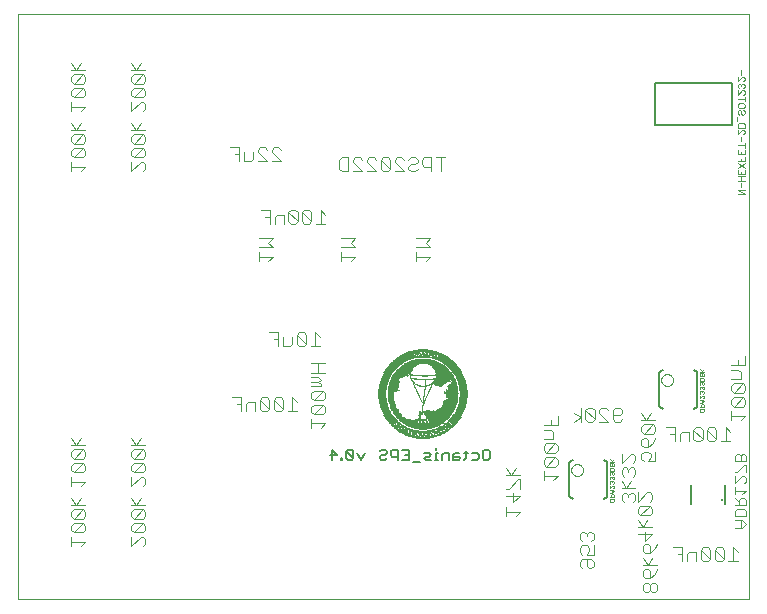
<source format=gbo>
G75*
%MOIN*%
%OFA0B0*%
%FSLAX24Y24*%
%IPPOS*%
%LPD*%
%AMOC8*
5,1,8,0,0,1.08239X$1,22.5*
%
%ADD10C,0.0000*%
%ADD11R,0.0340X0.0010*%
%ADD12R,0.0480X0.0010*%
%ADD13R,0.0590X0.0010*%
%ADD14R,0.0680X0.0010*%
%ADD15R,0.0760X0.0010*%
%ADD16R,0.0010X0.0010*%
%ADD17R,0.0090X0.0010*%
%ADD18R,0.0320X0.0010*%
%ADD19R,0.0300X0.0010*%
%ADD20R,0.0040X0.0010*%
%ADD21R,0.0070X0.0010*%
%ADD22R,0.0050X0.0010*%
%ADD23R,0.0270X0.0010*%
%ADD24R,0.0230X0.0010*%
%ADD25R,0.0020X0.0010*%
%ADD26R,0.0060X0.0010*%
%ADD27R,0.0240X0.0010*%
%ADD28R,0.0220X0.0010*%
%ADD29R,0.0260X0.0010*%
%ADD30R,0.0030X0.0010*%
%ADD31R,0.0190X0.0010*%
%ADD32R,0.0180X0.0010*%
%ADD33R,0.0080X0.0010*%
%ADD34R,0.0200X0.0010*%
%ADD35R,0.0150X0.0010*%
%ADD36R,0.0160X0.0010*%
%ADD37R,0.0140X0.0010*%
%ADD38R,0.0110X0.0010*%
%ADD39R,0.0170X0.0010*%
%ADD40R,0.0130X0.0010*%
%ADD41R,0.0120X0.0010*%
%ADD42R,0.0370X0.0010*%
%ADD43R,0.0550X0.0010*%
%ADD44R,0.0100X0.0010*%
%ADD45R,0.0800X0.0010*%
%ADD46R,0.0210X0.0010*%
%ADD47R,0.0290X0.0010*%
%ADD48R,0.0420X0.0010*%
%ADD49R,0.0520X0.0010*%
%ADD50R,0.0600X0.0010*%
%ADD51R,0.0670X0.0010*%
%ADD52R,0.0740X0.0010*%
%ADD53R,0.0850X0.0010*%
%ADD54R,0.0900X0.0010*%
%ADD55R,0.0950X0.0010*%
%ADD56R,0.0990X0.0010*%
%ADD57R,0.1030X0.0010*%
%ADD58R,0.1070X0.0010*%
%ADD59R,0.1110X0.0010*%
%ADD60R,0.1150X0.0010*%
%ADD61R,0.1180X0.0010*%
%ADD62R,0.1220X0.0010*%
%ADD63R,0.1250X0.0010*%
%ADD64R,0.0410X0.0010*%
%ADD65R,0.0860X0.0010*%
%ADD66R,0.0450X0.0010*%
%ADD67R,0.0440X0.0010*%
%ADD68R,0.0460X0.0010*%
%ADD69R,0.0490X0.0010*%
%ADD70R,0.0510X0.0010*%
%ADD71R,0.0500X0.0010*%
%ADD72R,0.0350X0.0010*%
%ADD73R,0.0540X0.0010*%
%ADD74R,0.0560X0.0010*%
%ADD75R,0.0580X0.0010*%
%ADD76R,0.0280X0.0010*%
%ADD77R,0.0610X0.0010*%
%ADD78R,0.0330X0.0010*%
%ADD79R,0.0630X0.0010*%
%ADD80R,0.0640X0.0010*%
%ADD81R,0.0660X0.0010*%
%ADD82R,0.0690X0.0010*%
%ADD83R,0.0710X0.0010*%
%ADD84R,0.0310X0.0010*%
%ADD85R,0.0720X0.0010*%
%ADD86R,0.0250X0.0010*%
%ADD87R,0.0770X0.0010*%
%ADD88R,0.0790X0.0010*%
%ADD89R,0.0810X0.0010*%
%ADD90R,0.0820X0.0010*%
%ADD91R,0.0830X0.0010*%
%ADD92R,0.0840X0.0010*%
%ADD93R,0.0880X0.0010*%
%ADD94R,0.0920X0.0010*%
%ADD95R,0.0930X0.0010*%
%ADD96R,0.0940X0.0010*%
%ADD97R,0.0960X0.0010*%
%ADD98R,0.1130X0.0010*%
%ADD99R,0.1140X0.0010*%
%ADD100R,0.1050X0.0010*%
%ADD101R,0.1010X0.0010*%
%ADD102R,0.1020X0.0010*%
%ADD103R,0.0650X0.0010*%
%ADD104R,0.0620X0.0010*%
%ADD105R,0.0470X0.0010*%
%ADD106R,0.0390X0.0010*%
%ADD107R,0.0360X0.0010*%
%ADD108R,0.0400X0.0010*%
%ADD109R,0.0430X0.0010*%
%ADD110R,0.0530X0.0010*%
%ADD111R,0.0700X0.0010*%
%ADD112R,0.0570X0.0010*%
%ADD113R,0.0380X0.0010*%
%ADD114C,0.0050*%
%ADD115C,0.0040*%
%ADD116C,0.0060*%
%ADD117C,0.0020*%
%ADD118C,0.0079*%
%ADD119C,0.0080*%
D10*
X000630Y000630D02*
X000630Y020126D01*
X025000Y020126D01*
X025000Y000630D01*
X000630Y000630D01*
D11*
X013105Y006560D03*
X013115Y006550D03*
X013125Y006540D03*
X013135Y006530D03*
X014125Y005980D03*
X014365Y006030D03*
X015125Y006550D03*
X015135Y006560D03*
X015145Y006570D03*
X015155Y006580D03*
X013125Y007570D03*
X013135Y007610D03*
X013135Y007620D03*
X013135Y007660D03*
X013105Y008350D03*
X013115Y008360D03*
X013125Y008370D03*
X013135Y008380D03*
X015115Y008370D03*
X015125Y008360D03*
X015135Y008350D03*
X015145Y008340D03*
X015155Y008330D03*
D12*
X014775Y008220D03*
X014765Y008230D03*
X014825Y008600D03*
X014125Y008920D03*
X013725Y008440D03*
X013705Y008430D03*
X013575Y008330D03*
X013565Y008320D03*
X013555Y008310D03*
X014655Y007820D03*
X014695Y007850D03*
X015015Y007150D03*
X015015Y007140D03*
X015005Y007120D03*
X015005Y007110D03*
X015005Y007100D03*
X014965Y007010D03*
X014965Y007000D03*
X014125Y005990D03*
D13*
X014120Y006000D03*
X014130Y006210D03*
X014600Y006570D03*
X014840Y008040D03*
X014120Y008910D03*
D14*
X014125Y008900D03*
X014125Y006010D03*
D15*
X014125Y006020D03*
X014615Y006670D03*
X014125Y008890D03*
D16*
X014180Y008820D03*
X014050Y008810D03*
X014050Y008800D03*
X014000Y008800D03*
X014000Y008790D03*
X014000Y008780D03*
X015070Y007860D03*
X014920Y007620D03*
X014850Y007550D03*
X014850Y007540D03*
X014840Y007250D03*
X014840Y007230D03*
X014480Y006900D03*
X014290Y006910D03*
X014240Y006630D03*
X014030Y006630D03*
X013890Y006610D03*
X013730Y006600D03*
X013680Y006620D03*
X013630Y006610D03*
X013500Y006330D03*
X013490Y006320D03*
X013450Y006330D03*
X013620Y006220D03*
X013230Y006360D03*
X013220Y006440D03*
X013230Y006470D03*
X013170Y006440D03*
X013300Y006950D03*
X014170Y007360D03*
X014940Y006440D03*
X014950Y006430D03*
X014910Y006410D03*
X014820Y006350D03*
X014810Y006310D03*
X014850Y006300D03*
X014670Y006240D03*
X014670Y006210D03*
X014630Y006150D03*
X014630Y006140D03*
X014510Y006140D03*
X014450Y006190D03*
X014380Y006180D03*
X014380Y006170D03*
X014380Y006160D03*
X014390Y006150D03*
X014390Y006140D03*
X014350Y006110D03*
X014270Y006170D03*
X014270Y006180D03*
X014160Y006030D03*
X013920Y006130D03*
X013920Y006140D03*
X015000Y006480D03*
D17*
X015140Y006420D03*
X015050Y006330D03*
X015030Y006320D03*
X015020Y006310D03*
X015010Y006300D03*
X014820Y006410D03*
X014770Y006380D03*
X014770Y006230D03*
X014430Y006120D03*
X014430Y006110D03*
X014430Y006100D03*
X014440Y006090D03*
X014440Y006080D03*
X014320Y006080D03*
X014310Y006140D03*
X014090Y006030D03*
X014010Y006110D03*
X014010Y006120D03*
X013700Y006200D03*
X013520Y006210D03*
X013470Y006300D03*
X013510Y006360D03*
X013490Y006370D03*
X013470Y006380D03*
X013460Y006390D03*
X013440Y006400D03*
X013320Y006480D03*
X013180Y006350D03*
X013150Y006370D03*
X013080Y006450D03*
X013240Y006300D03*
X013250Y006290D03*
X014030Y006740D03*
X013860Y008740D03*
X013740Y008750D03*
X014120Y008870D03*
X014360Y008820D03*
D18*
X014785Y008690D03*
X015185Y008290D03*
X015195Y008280D03*
X015205Y008270D03*
X015105Y007710D03*
X015125Y007610D03*
X014655Y007780D03*
X013175Y007840D03*
X013175Y007850D03*
X013165Y007820D03*
X013155Y007790D03*
X013155Y007780D03*
X013145Y007750D03*
X013135Y007710D03*
X013135Y007700D03*
X013135Y007690D03*
X013115Y007560D03*
X013035Y008260D03*
X013045Y008280D03*
X013055Y008290D03*
X013065Y008300D03*
X013075Y008310D03*
X013035Y006650D03*
X013045Y006630D03*
X013055Y006620D03*
X013065Y006610D03*
X013075Y006600D03*
X013815Y006230D03*
X013865Y006030D03*
X015185Y006620D03*
X015195Y006630D03*
X015205Y006640D03*
D19*
X015235Y006680D03*
X015245Y006700D03*
X015255Y006710D03*
X015265Y006720D03*
X015265Y006730D03*
X015275Y006740D03*
X015285Y006760D03*
X015125Y007680D03*
X015285Y008150D03*
X015275Y008170D03*
X015265Y008180D03*
X015265Y008190D03*
X015255Y008200D03*
X015245Y008210D03*
X013835Y008680D03*
X013735Y008840D03*
X013005Y008220D03*
X012995Y008210D03*
X012985Y008190D03*
X012975Y008180D03*
X012965Y008160D03*
X013235Y008000D03*
X013185Y007900D03*
X013185Y007890D03*
X013105Y007550D03*
X012965Y006750D03*
X012975Y006730D03*
X012985Y006720D03*
X012995Y006700D03*
X013005Y006690D03*
X013795Y006050D03*
X014425Y006040D03*
D20*
X014445Y006160D03*
X014515Y006170D03*
X014615Y006190D03*
X014615Y006240D03*
X014815Y006320D03*
X014815Y006330D03*
X014875Y006360D03*
X014905Y006310D03*
X014945Y006350D03*
X014995Y006450D03*
X014855Y006270D03*
X014855Y006260D03*
X014215Y006140D03*
X014215Y006130D03*
X014155Y006110D03*
X014145Y006130D03*
X014145Y006140D03*
X014145Y006150D03*
X014165Y006090D03*
X014165Y006080D03*
X014225Y006060D03*
X014225Y006050D03*
X014225Y006040D03*
X013875Y006170D03*
X013865Y006150D03*
X013865Y006140D03*
X013855Y006120D03*
X013785Y006110D03*
X013585Y006250D03*
X013455Y006320D03*
X013385Y006360D03*
X013335Y006390D03*
X013335Y006400D03*
X013305Y006350D03*
X013255Y006380D03*
X013265Y006420D03*
X013275Y006430D03*
X013965Y006600D03*
X013975Y006610D03*
X013995Y006640D03*
X014005Y006650D03*
X014015Y006670D03*
X014035Y006700D03*
X014035Y006710D03*
X014155Y007170D03*
X014365Y007770D03*
X014385Y007780D03*
X014395Y007790D03*
X013915Y007770D03*
X013895Y007780D03*
X013885Y007790D03*
X013805Y007850D03*
X013795Y007860D03*
X013795Y007870D03*
X013785Y007880D03*
X013145Y007220D03*
X014705Y007710D03*
X014995Y007740D03*
X014475Y008710D03*
X014505Y008790D03*
X014255Y008770D03*
X014255Y008760D03*
X014255Y008750D03*
X014225Y008850D03*
X014105Y008790D03*
X014105Y008780D03*
X014035Y008740D03*
X013945Y008790D03*
X013945Y008800D03*
X013945Y008810D03*
X013945Y008820D03*
X013945Y008830D03*
X013935Y008850D03*
X013875Y008820D03*
X013865Y008830D03*
D21*
X013870Y008750D03*
X014120Y008850D03*
X014170Y008740D03*
X014250Y008800D03*
X014250Y008810D03*
X014250Y008820D03*
X014510Y008800D03*
X014570Y008750D03*
X014570Y008740D03*
X014560Y008710D03*
X014560Y008700D03*
X013740Y008100D03*
X013830Y007820D03*
X014010Y007730D03*
X014270Y007730D03*
X014140Y007160D03*
X014030Y006860D03*
X014030Y006550D03*
X014240Y006550D03*
X014250Y006540D03*
X014150Y006170D03*
X014090Y006040D03*
X013910Y006060D03*
X013690Y006110D03*
X013690Y006120D03*
X013690Y006130D03*
X013690Y006140D03*
X013690Y006150D03*
X013690Y006160D03*
X013690Y006170D03*
X013590Y006150D03*
X013350Y006290D03*
X013310Y006500D03*
X013300Y006510D03*
X013080Y006440D03*
X013670Y006600D03*
X014520Y006190D03*
X014600Y006160D03*
X014700Y006180D03*
X014910Y006320D03*
X014880Y006380D03*
X014940Y006500D03*
X014950Y006510D03*
X014960Y006520D03*
D22*
X015000Y006460D03*
X014610Y006250D03*
X014610Y006180D03*
X014580Y006140D03*
X014520Y006180D03*
X014550Y006210D03*
X014440Y006170D03*
X014320Y006160D03*
X014300Y006070D03*
X014160Y006100D03*
X014000Y006050D03*
X014000Y006040D03*
X013910Y006080D03*
X013870Y006160D03*
X013880Y006180D03*
X013800Y006180D03*
X013780Y006120D03*
X013600Y006270D03*
X013590Y006260D03*
X013570Y006240D03*
X013420Y006250D03*
X013410Y006240D03*
X013290Y006340D03*
X013260Y006390D03*
X013280Y006440D03*
X013900Y006600D03*
X014020Y006500D03*
X014140Y006500D03*
X014250Y006500D03*
X014020Y006870D03*
X014140Y007130D03*
X014140Y007140D03*
X014160Y007180D03*
X014160Y007190D03*
X014170Y007200D03*
X014140Y007700D03*
X013950Y007750D03*
X013930Y007760D03*
X013820Y007830D03*
X013810Y007840D03*
X013750Y007980D03*
X014330Y007750D03*
X014350Y007760D03*
X014990Y007730D03*
X014560Y008690D03*
X014570Y008760D03*
X014470Y008700D03*
X014330Y008720D03*
X014330Y008730D03*
X014220Y008860D03*
X014110Y008810D03*
X014110Y008800D03*
X014040Y008730D03*
X014010Y008860D03*
X013880Y008770D03*
X013830Y008720D03*
X013810Y008800D03*
D23*
X013750Y008850D03*
X013630Y008800D03*
X013500Y008730D03*
X014140Y008720D03*
X014470Y008860D03*
X013990Y008070D03*
X013200Y007960D03*
X012890Y008020D03*
X012880Y008000D03*
X012870Y007980D03*
X012870Y007970D03*
X012860Y007960D03*
X012860Y007950D03*
X012860Y007940D03*
X012850Y007930D03*
X012850Y007920D03*
X012840Y007900D03*
X012840Y007890D03*
X012830Y007870D03*
X012830Y007040D03*
X012840Y007010D03*
X012850Y006990D03*
X012850Y006980D03*
X012860Y006960D03*
X012860Y006950D03*
X012870Y006940D03*
X012870Y006930D03*
X012880Y006910D03*
X012890Y006890D03*
X013110Y006510D03*
X013410Y006640D03*
X013420Y006630D03*
X014080Y006180D03*
X013810Y006040D03*
X015350Y006880D03*
X015360Y006900D03*
X015370Y006920D03*
X015370Y006930D03*
X015380Y006940D03*
X015380Y006950D03*
X015390Y006970D03*
X015390Y006980D03*
X015400Y007000D03*
X015410Y007030D03*
X015420Y007060D03*
X015420Y007850D03*
X015410Y007880D03*
X015400Y007910D03*
X015390Y007930D03*
X015390Y007940D03*
X015380Y007960D03*
X015380Y007970D03*
X015370Y007980D03*
X015370Y007990D03*
X015360Y008010D03*
X015350Y008030D03*
D24*
X015140Y007770D03*
X015150Y007730D03*
X014750Y008740D03*
X014570Y008830D03*
X013650Y008820D03*
X013510Y008750D03*
X013070Y007340D03*
X013070Y007330D03*
X013070Y007320D03*
X013130Y007080D03*
X013130Y007070D03*
X013130Y007060D03*
X013200Y006910D03*
X013200Y006900D03*
X013230Y006860D03*
X013310Y006730D03*
X013320Y006720D03*
X014490Y006050D03*
X015140Y006500D03*
D25*
X015045Y006430D03*
X014995Y006440D03*
X014965Y006410D03*
X014955Y006420D03*
X014935Y006450D03*
X014945Y006360D03*
X014815Y006340D03*
X014675Y006230D03*
X014635Y006130D03*
X014515Y006130D03*
X014515Y006120D03*
X014435Y006150D03*
X014395Y006130D03*
X014385Y006190D03*
X014495Y006210D03*
X014495Y006220D03*
X014275Y006160D03*
X014285Y006120D03*
X014285Y006110D03*
X014285Y006060D03*
X014285Y006050D03*
X014235Y006090D03*
X014165Y006070D03*
X014165Y006060D03*
X014165Y006050D03*
X014095Y006100D03*
X014095Y006110D03*
X014095Y006120D03*
X013915Y006120D03*
X013845Y006090D03*
X013835Y006080D03*
X013835Y006070D03*
X013795Y006190D03*
X013615Y006200D03*
X013615Y006210D03*
X013535Y006180D03*
X013525Y006170D03*
X013385Y006370D03*
X013335Y006380D03*
X013325Y006410D03*
X013215Y006450D03*
X013685Y006610D03*
X014015Y006890D03*
X014135Y006890D03*
X014135Y006900D03*
X014135Y006910D03*
X014135Y006920D03*
X014135Y006930D03*
X014135Y006940D03*
X014135Y006950D03*
X014135Y006960D03*
X014135Y006970D03*
X014135Y006980D03*
X014135Y006990D03*
X014135Y007000D03*
X014135Y007010D03*
X014135Y007020D03*
X014135Y007030D03*
X014135Y007040D03*
X014135Y007050D03*
X014135Y007060D03*
X014145Y007070D03*
X014145Y007080D03*
X014145Y007090D03*
X014145Y007100D03*
X014115Y007170D03*
X014105Y007180D03*
X014105Y007190D03*
X014095Y007200D03*
X014095Y007210D03*
X014085Y007230D03*
X014075Y007250D03*
X014065Y007270D03*
X014055Y007290D03*
X014055Y007300D03*
X014045Y007310D03*
X014045Y007320D03*
X014035Y007330D03*
X014035Y007340D03*
X014025Y007350D03*
X014025Y007360D03*
X014015Y007380D03*
X014005Y007400D03*
X013995Y007420D03*
X013985Y007440D03*
X013985Y007450D03*
X013975Y007460D03*
X013975Y007470D03*
X013965Y007480D03*
X013965Y007490D03*
X013955Y007500D03*
X013955Y007510D03*
X013945Y007530D03*
X013935Y007550D03*
X013925Y007570D03*
X013915Y007590D03*
X013915Y007600D03*
X013905Y007610D03*
X013905Y007620D03*
X013895Y007630D03*
X013895Y007640D03*
X013885Y007650D03*
X013885Y007660D03*
X013875Y007680D03*
X013865Y007700D03*
X013855Y007720D03*
X013845Y007740D03*
X013845Y007750D03*
X013835Y007760D03*
X013835Y007770D03*
X013825Y007780D03*
X013825Y007790D03*
X013815Y007800D03*
X013815Y007810D03*
X013775Y007900D03*
X013765Y007920D03*
X013755Y007940D03*
X013745Y007950D03*
X013735Y007990D03*
X013735Y008000D03*
X013725Y008010D03*
X013725Y008020D03*
X013725Y008030D03*
X013725Y008040D03*
X013725Y008050D03*
X013715Y008060D03*
X013715Y008070D03*
X013715Y008080D03*
X013715Y008110D03*
X013715Y008120D03*
X013715Y008130D03*
X013715Y008140D03*
X013675Y008120D03*
X013615Y008050D03*
X013415Y008000D03*
X014225Y007870D03*
X014225Y007860D03*
X014225Y007850D03*
X014225Y007840D03*
X014225Y007830D03*
X014225Y007820D03*
X014225Y007810D03*
X014225Y007800D03*
X014215Y007790D03*
X014215Y007780D03*
X014215Y007770D03*
X014215Y007760D03*
X014215Y007750D03*
X014215Y007740D03*
X014215Y007730D03*
X014205Y007690D03*
X014205Y007680D03*
X014205Y007670D03*
X014205Y007660D03*
X014205Y007650D03*
X014205Y007640D03*
X014205Y007630D03*
X014205Y007620D03*
X014195Y007610D03*
X014195Y007600D03*
X014195Y007590D03*
X014195Y007580D03*
X014195Y007570D03*
X014195Y007560D03*
X014195Y007550D03*
X014195Y007540D03*
X014185Y007530D03*
X014185Y007520D03*
X014185Y007510D03*
X014185Y007500D03*
X014185Y007490D03*
X014185Y007480D03*
X014185Y007470D03*
X014185Y007460D03*
X014185Y007450D03*
X014175Y007440D03*
X014175Y007430D03*
X014175Y007420D03*
X014175Y007410D03*
X014175Y007400D03*
X014175Y007390D03*
X014175Y007380D03*
X014175Y007370D03*
X014165Y007350D03*
X014165Y007340D03*
X014165Y007330D03*
X014165Y007320D03*
X014165Y007310D03*
X014165Y007300D03*
X014165Y007290D03*
X014165Y007280D03*
X014155Y007270D03*
X014155Y007260D03*
X014155Y007250D03*
X014155Y007240D03*
X014155Y007230D03*
X014155Y007220D03*
X014155Y007210D03*
X014185Y007210D03*
X014195Y007220D03*
X014195Y007230D03*
X014205Y007250D03*
X014215Y007270D03*
X014225Y007290D03*
X014225Y007300D03*
X014235Y007310D03*
X014235Y007320D03*
X014245Y007330D03*
X014245Y007340D03*
X014255Y007350D03*
X014255Y007360D03*
X014265Y007380D03*
X014275Y007400D03*
X014285Y007420D03*
X014285Y007430D03*
X014295Y007440D03*
X014295Y007450D03*
X014305Y007460D03*
X014305Y007470D03*
X014315Y007480D03*
X014315Y007490D03*
X014325Y007500D03*
X014325Y007510D03*
X014335Y007530D03*
X014345Y007550D03*
X014355Y007570D03*
X014355Y007580D03*
X014365Y007590D03*
X014365Y007600D03*
X014375Y007610D03*
X014375Y007620D03*
X014385Y007640D03*
X014395Y007660D03*
X014405Y007680D03*
X014415Y007700D03*
X014415Y007710D03*
X014425Y007720D03*
X014425Y007730D03*
X014435Y007740D03*
X014435Y007750D03*
X014445Y007760D03*
X014445Y007770D03*
X014455Y007790D03*
X014235Y007880D03*
X014235Y007890D03*
X014235Y007900D03*
X014235Y007910D03*
X014235Y007920D03*
X014855Y007530D03*
X014915Y007610D03*
X015075Y007850D03*
X014335Y006910D03*
X013145Y007230D03*
X013145Y007240D03*
X013895Y008720D03*
X014005Y008810D03*
X014005Y008820D03*
X014045Y008790D03*
X014045Y008780D03*
X014045Y008770D03*
X014095Y008740D03*
X014095Y008730D03*
X014175Y008800D03*
X014175Y008810D03*
X014325Y008830D03*
X014375Y008840D03*
X014485Y008740D03*
D26*
X014405Y008730D03*
X014255Y008780D03*
X014255Y008790D03*
X014235Y008840D03*
X014225Y008870D03*
X014115Y008840D03*
X014115Y008830D03*
X014115Y008820D03*
X014175Y008760D03*
X014175Y008750D03*
X013875Y008760D03*
X013975Y007740D03*
X014305Y007740D03*
X014145Y007150D03*
X014035Y006720D03*
X014025Y006510D03*
X014135Y006510D03*
X014245Y006510D03*
X014145Y006160D03*
X014095Y006060D03*
X014095Y006050D03*
X014005Y006060D03*
X014005Y006070D03*
X013905Y006070D03*
X013885Y006190D03*
X013795Y006170D03*
X013785Y006160D03*
X013785Y006150D03*
X013785Y006140D03*
X013785Y006130D03*
X013595Y006160D03*
X013535Y006200D03*
X013425Y006260D03*
X013455Y006310D03*
X013385Y006340D03*
X013385Y006350D03*
X013375Y006330D03*
X013365Y006320D03*
X013365Y006310D03*
X013355Y006300D03*
X014585Y006150D03*
X014605Y006170D03*
X014875Y006370D03*
X014905Y006390D03*
X014935Y006340D03*
X015035Y006410D03*
X014685Y006970D03*
D27*
X015145Y006510D03*
X014515Y006060D03*
X014385Y006230D03*
X014135Y006570D03*
X014135Y006580D03*
X014135Y006590D03*
X014135Y006600D03*
X014135Y006610D03*
X014135Y006620D03*
X013285Y006770D03*
X013195Y006920D03*
X013195Y006930D03*
X013105Y006500D03*
X015135Y007760D03*
X014385Y008680D03*
X014585Y008820D03*
D28*
X013805Y008670D03*
X013675Y008830D03*
X015145Y007740D03*
X013335Y006700D03*
X013325Y006710D03*
X013285Y006760D03*
X013255Y006810D03*
X013225Y006850D03*
X013205Y006880D03*
X013205Y006890D03*
X013175Y006950D03*
X013165Y006960D03*
X013115Y007090D03*
X013105Y007120D03*
X013065Y007310D03*
X013065Y007350D03*
X013065Y007360D03*
X013065Y007370D03*
X013065Y007380D03*
X013065Y007390D03*
X013065Y007460D03*
X013065Y007470D03*
X013065Y007480D03*
X013065Y007490D03*
X013065Y007500D03*
X013625Y006100D03*
X013725Y006060D03*
D29*
X013785Y006240D03*
X013285Y006790D03*
X012855Y006970D03*
X012845Y007000D03*
X012835Y007020D03*
X012835Y007030D03*
X012825Y007050D03*
X012825Y007060D03*
X012825Y007070D03*
X012815Y007080D03*
X012815Y007090D03*
X012815Y007100D03*
X012815Y007110D03*
X012805Y007120D03*
X012805Y007130D03*
X012805Y007140D03*
X012795Y007160D03*
X012795Y007170D03*
X012795Y007180D03*
X012785Y007220D03*
X012785Y007230D03*
X012775Y007290D03*
X012775Y007300D03*
X012775Y007610D03*
X012775Y007620D03*
X012785Y007680D03*
X012785Y007690D03*
X012795Y007730D03*
X012795Y007740D03*
X012795Y007750D03*
X012805Y007770D03*
X012805Y007780D03*
X012805Y007790D03*
X012815Y007800D03*
X012815Y007810D03*
X012815Y007820D03*
X012815Y007830D03*
X012825Y007840D03*
X012825Y007850D03*
X012825Y007860D03*
X012835Y007880D03*
X012845Y007910D03*
X013505Y008740D03*
X014495Y008850D03*
X014765Y008720D03*
X015385Y007950D03*
X015395Y007920D03*
X015405Y007900D03*
X015405Y007890D03*
X015415Y007870D03*
X015415Y007860D03*
X015425Y007840D03*
X015425Y007830D03*
X015425Y007820D03*
X015435Y007810D03*
X015435Y007800D03*
X015435Y007790D03*
X015445Y007770D03*
X015445Y007760D03*
X015445Y007750D03*
X015455Y007720D03*
X015455Y007710D03*
X015455Y007700D03*
X015465Y007660D03*
X015465Y007650D03*
X015475Y007560D03*
X015475Y007350D03*
X015465Y007260D03*
X015465Y007250D03*
X015455Y007210D03*
X015455Y007200D03*
X015455Y007190D03*
X015445Y007160D03*
X015445Y007150D03*
X015445Y007140D03*
X015435Y007120D03*
X015435Y007110D03*
X015435Y007100D03*
X015425Y007090D03*
X015425Y007080D03*
X015425Y007070D03*
X015415Y007050D03*
X015415Y007040D03*
X015405Y007020D03*
X015405Y007010D03*
X015395Y006990D03*
X015385Y006960D03*
X015145Y006520D03*
X014525Y006070D03*
X015125Y007750D03*
D30*
X014910Y007600D03*
X014450Y007780D03*
X014410Y007800D03*
X014410Y007690D03*
X014400Y007670D03*
X014390Y007650D03*
X014380Y007630D03*
X014350Y007560D03*
X014340Y007540D03*
X014330Y007520D03*
X014280Y007410D03*
X014270Y007390D03*
X014260Y007370D03*
X014220Y007280D03*
X014210Y007260D03*
X014200Y007240D03*
X014090Y007220D03*
X014080Y007240D03*
X014070Y007260D03*
X014060Y007280D03*
X014020Y007370D03*
X014010Y007390D03*
X014000Y007410D03*
X013990Y007430D03*
X013950Y007520D03*
X013940Y007540D03*
X013930Y007560D03*
X013920Y007580D03*
X013880Y007670D03*
X013870Y007690D03*
X013860Y007710D03*
X013850Y007730D03*
X013870Y007800D03*
X013860Y007810D03*
X013780Y007890D03*
X013770Y007910D03*
X013760Y007930D03*
X013750Y007960D03*
X013610Y008060D03*
X014210Y007700D03*
X014140Y007120D03*
X014140Y007110D03*
X014020Y006880D03*
X014030Y006690D03*
X014020Y006680D03*
X014010Y006660D03*
X013990Y006630D03*
X013980Y006620D03*
X013860Y006130D03*
X013850Y006110D03*
X013850Y006100D03*
X013790Y006100D03*
X013590Y006170D03*
X013540Y006190D03*
X013240Y006370D03*
X013260Y006400D03*
X013260Y006410D03*
X013220Y006460D03*
X013170Y006430D03*
X014150Y006120D03*
X014220Y006150D03*
X014230Y006080D03*
X014230Y006070D03*
X014290Y006130D03*
X014440Y006180D03*
X014510Y006160D03*
X014510Y006150D03*
X014520Y006110D03*
X014530Y006100D03*
X014570Y006130D03*
X014620Y006200D03*
X014620Y006210D03*
X014620Y006220D03*
X014620Y006230D03*
X014680Y006220D03*
X014710Y006190D03*
X014550Y006220D03*
X014850Y006280D03*
X014850Y006290D03*
X014880Y006340D03*
X014870Y006350D03*
X014910Y006400D03*
X014910Y006300D03*
X014910Y006290D03*
X015040Y006420D03*
X015000Y006470D03*
X014560Y008680D03*
X014480Y008720D03*
X014480Y008730D03*
X014490Y008750D03*
X014490Y008760D03*
X014500Y008770D03*
X014500Y008780D03*
X014570Y008770D03*
X014370Y008830D03*
X014260Y008740D03*
X014260Y008730D03*
X014100Y008750D03*
X014100Y008760D03*
X014100Y008770D03*
X014040Y008760D03*
X014040Y008750D03*
X014010Y008830D03*
X014010Y008840D03*
X014010Y008850D03*
X013940Y008840D03*
X013950Y008780D03*
X013950Y008770D03*
X013950Y008760D03*
X013950Y008750D03*
X013950Y008740D03*
X013950Y008730D03*
X013960Y008720D03*
X013900Y008710D03*
X013880Y008780D03*
X013880Y008790D03*
X013880Y008800D03*
X013880Y008810D03*
D31*
X013530Y008770D03*
X014720Y008770D03*
X015150Y007810D03*
X013340Y006680D03*
X013140Y006980D03*
X013130Y007010D03*
X013130Y007020D03*
X013070Y007200D03*
X013070Y007210D03*
X013060Y007300D03*
X013530Y006140D03*
X013660Y006080D03*
X013680Y006070D03*
X014610Y006090D03*
X014840Y006210D03*
D32*
X014755Y006160D03*
X014675Y006310D03*
X014595Y006080D03*
X014425Y006240D03*
X015065Y006390D03*
X015145Y006470D03*
X015145Y007820D03*
X014425Y008670D03*
X014705Y008780D03*
X013865Y008080D03*
X013935Y007950D03*
X013545Y008780D03*
X013055Y007270D03*
X013055Y007260D03*
X013055Y007250D03*
X013075Y007190D03*
X013075Y007180D03*
X013075Y007170D03*
X013075Y007160D03*
X013135Y007000D03*
X013135Y006990D03*
X013095Y006480D03*
D33*
X013085Y006430D03*
X013165Y006360D03*
X013185Y006340D03*
X013315Y006490D03*
X013385Y006440D03*
X013395Y006430D03*
X013415Y006420D03*
X013425Y006410D03*
X013695Y006190D03*
X013695Y006180D03*
X014005Y006100D03*
X014005Y006090D03*
X014005Y006080D03*
X014305Y006150D03*
X014315Y006100D03*
X014315Y006090D03*
X014525Y006200D03*
X014775Y006220D03*
X014915Y006330D03*
X014835Y006420D03*
X014845Y006430D03*
X014865Y006440D03*
X014875Y006450D03*
X014905Y006470D03*
X014915Y006480D03*
X014925Y006490D03*
X014805Y006400D03*
X015125Y006400D03*
X015135Y006410D03*
X014245Y006520D03*
X014245Y006530D03*
X014135Y006530D03*
X014135Y006540D03*
X014135Y006550D03*
X014135Y006520D03*
X014025Y006520D03*
X014025Y006530D03*
X014025Y006540D03*
X014035Y006730D03*
X014695Y007720D03*
X014565Y008720D03*
X014565Y008730D03*
X014245Y008830D03*
X014175Y008730D03*
X014115Y008860D03*
D34*
X014735Y008760D03*
X015145Y007800D03*
X015145Y007790D03*
X013875Y006580D03*
X013635Y006090D03*
X013335Y006690D03*
X013205Y006870D03*
X013095Y007140D03*
X013055Y007410D03*
X013055Y007420D03*
X013055Y007430D03*
X014765Y006170D03*
X015145Y006480D03*
D35*
X015060Y006370D03*
X014740Y006140D03*
X014680Y006110D03*
X014650Y006100D03*
X014050Y006810D03*
X014050Y006820D03*
X013330Y006450D03*
X013230Y006330D03*
X013360Y006230D03*
X013550Y006120D03*
X013570Y006110D03*
X013090Y006470D03*
X013850Y007960D03*
X013780Y008090D03*
D36*
X013735Y008780D03*
X014275Y006900D03*
X014685Y006320D03*
X014835Y006200D03*
X014695Y006120D03*
X014465Y006250D03*
X015145Y006460D03*
X013735Y006260D03*
X013295Y006280D03*
D37*
X013295Y006270D03*
X013365Y006220D03*
X013645Y006290D03*
X013715Y006270D03*
X013135Y006410D03*
X013125Y006420D03*
X013045Y007220D03*
X013045Y007240D03*
X014045Y006800D03*
X014045Y006790D03*
X014565Y006280D03*
X014695Y006330D03*
X014725Y006130D03*
X014915Y006250D03*
X015145Y006450D03*
X014675Y007730D03*
X014455Y008660D03*
X014375Y008750D03*
X014375Y008760D03*
D38*
X013740Y008690D03*
X013730Y008700D03*
X013720Y008730D03*
X013720Y008740D03*
X015130Y007960D03*
X015140Y007940D03*
X015140Y007930D03*
X015160Y007880D03*
X014040Y006770D03*
X014040Y006760D03*
X013610Y006310D03*
X013520Y006220D03*
X013420Y006180D03*
X013400Y006190D03*
X014010Y006150D03*
X014010Y006140D03*
X014010Y006130D03*
X014720Y006290D03*
X014750Y006260D03*
X014720Y006350D03*
X014800Y006390D03*
X014890Y006220D03*
X014960Y006270D03*
X015060Y006350D03*
X015020Y006400D03*
D39*
X015060Y006380D03*
X014750Y006150D03*
X014550Y006270D03*
X013660Y006280D03*
X013540Y006130D03*
X013080Y007150D03*
X013050Y007280D03*
X013050Y007290D03*
X014200Y008050D03*
X014670Y007740D03*
X015150Y007830D03*
X015150Y007840D03*
X014690Y008790D03*
X014670Y008800D03*
X013780Y008660D03*
D40*
X014370Y008740D03*
X014380Y008770D03*
X014380Y008780D03*
X014380Y008790D03*
X014380Y008800D03*
X014420Y007950D03*
X015140Y007910D03*
X015140Y007900D03*
X015160Y007860D03*
X015160Y007850D03*
X015060Y006360D03*
X014910Y006240D03*
X014830Y006190D03*
X014590Y006290D03*
X014010Y006170D03*
X013480Y006150D03*
X013460Y006160D03*
X013440Y006170D03*
X013470Y006270D03*
X013480Y006280D03*
X013330Y006460D03*
X013230Y006320D03*
X013140Y006400D03*
X013040Y007230D03*
D41*
X013085Y006460D03*
X013145Y006390D03*
X013235Y006310D03*
X013305Y006260D03*
X013375Y006210D03*
X013385Y006200D03*
X013475Y006290D03*
X013525Y006230D03*
X013625Y006300D03*
X013325Y006470D03*
X013925Y006590D03*
X014045Y006780D03*
X014015Y006160D03*
X014705Y006340D03*
X014735Y006280D03*
X014745Y006270D03*
X014825Y006180D03*
X014905Y006230D03*
X014965Y006280D03*
X015145Y006440D03*
X015155Y007870D03*
X015155Y007890D03*
X015135Y007920D03*
X014475Y008080D03*
X014485Y008650D03*
X014375Y008810D03*
X013745Y008770D03*
X013755Y008650D03*
X013785Y007970D03*
D42*
X013280Y008030D03*
X013200Y008440D03*
X013210Y008450D03*
X013220Y008460D03*
X013470Y008680D03*
X013140Y007580D03*
X014120Y006190D03*
X015090Y007250D03*
X015100Y007270D03*
X015060Y008430D03*
X015050Y008440D03*
D43*
X014740Y008640D03*
X013460Y008160D03*
X014900Y006940D03*
X014910Y006950D03*
X014130Y006200D03*
X013670Y006530D03*
D44*
X013565Y006330D03*
X013545Y006340D03*
X013525Y006350D03*
X013585Y006320D03*
X013705Y006210D03*
X013325Y006240D03*
X013305Y006250D03*
X013145Y006380D03*
X014035Y006750D03*
X014735Y006360D03*
X014755Y006370D03*
X014755Y006250D03*
X014765Y006240D03*
X014955Y006260D03*
X014995Y006290D03*
X015055Y006340D03*
X015145Y006430D03*
X014895Y006460D03*
X014225Y007720D03*
X014055Y007720D03*
X013735Y008640D03*
X013725Y008710D03*
X013725Y008720D03*
X013745Y008760D03*
X013855Y008730D03*
X015135Y007950D03*
D45*
X014125Y008560D03*
X014125Y006350D03*
X014055Y006220D03*
D46*
X013760Y006250D03*
X013300Y006740D03*
X013290Y006750D03*
X013240Y006820D03*
X013230Y006830D03*
X013230Y006840D03*
X013160Y006970D03*
X013130Y007030D03*
X013130Y007040D03*
X013130Y007050D03*
X013110Y007100D03*
X013110Y007110D03*
X013100Y007130D03*
X013060Y007400D03*
X013060Y007440D03*
X013060Y007450D03*
X013060Y007510D03*
X013060Y007520D03*
X014140Y007710D03*
X014380Y008070D03*
X015140Y007780D03*
X014740Y008750D03*
X014550Y008840D03*
X013520Y008760D03*
X013100Y006490D03*
X014530Y006260D03*
X014660Y006300D03*
X015140Y006490D03*
D47*
X015280Y006750D03*
X015290Y006770D03*
X015300Y006780D03*
X015300Y006790D03*
X015310Y006800D03*
X015320Y006820D03*
X015330Y006840D03*
X015130Y007650D03*
X015130Y007660D03*
X015130Y007670D03*
X015330Y008070D03*
X015320Y008090D03*
X015310Y008110D03*
X015300Y008120D03*
X015300Y008130D03*
X015290Y008140D03*
X015280Y008160D03*
X014640Y007770D03*
X014120Y008620D03*
X013490Y008720D03*
X012970Y008170D03*
X012960Y008150D03*
X012950Y008140D03*
X012950Y008130D03*
X012940Y008120D03*
X012930Y008100D03*
X012920Y008080D03*
X013190Y007930D03*
X013190Y007920D03*
X013190Y007910D03*
X013220Y007990D03*
X013100Y007540D03*
X012920Y006830D03*
X012930Y006810D03*
X012940Y006790D03*
X012950Y006780D03*
X012950Y006770D03*
X012960Y006760D03*
X012970Y006740D03*
X013440Y006620D03*
X013450Y006610D03*
X013460Y006600D03*
X014120Y006290D03*
D48*
X014125Y006300D03*
X014565Y006480D03*
X015065Y007230D03*
X015085Y007440D03*
X015085Y007530D03*
X015085Y007540D03*
X015085Y007550D03*
X014655Y007800D03*
X014935Y008530D03*
X014795Y008650D03*
X014145Y008710D03*
X014125Y008610D03*
X013455Y008650D03*
X013325Y008540D03*
X013305Y008530D03*
X013295Y008520D03*
X013535Y006590D03*
D49*
X013675Y006520D03*
X014125Y006310D03*
X014585Y006530D03*
X014725Y007870D03*
X014735Y007880D03*
X014745Y007890D03*
X014755Y007900D03*
X014765Y007920D03*
X014815Y008140D03*
X014805Y008150D03*
X014805Y008160D03*
X014785Y008620D03*
X014125Y008600D03*
X013795Y008470D03*
X013485Y008210D03*
X013425Y008130D03*
X014175Y007940D03*
D50*
X014845Y008030D03*
X014125Y008590D03*
X014865Y006920D03*
X014125Y006320D03*
X013665Y006560D03*
D51*
X014120Y006330D03*
X014610Y006620D03*
X014120Y008580D03*
D52*
X014125Y008570D03*
X014615Y006660D03*
X014125Y006340D03*
D53*
X014120Y006360D03*
X014120Y008550D03*
D54*
X014125Y008540D03*
X014625Y006770D03*
X014125Y006370D03*
D55*
X014120Y006380D03*
X014120Y008530D03*
D56*
X014120Y008520D03*
X014120Y006390D03*
D57*
X014120Y006400D03*
X014120Y008510D03*
D58*
X014120Y008500D03*
X014120Y006410D03*
D59*
X014120Y006420D03*
X014120Y008490D03*
D60*
X014120Y008480D03*
X014120Y006430D03*
D61*
X014125Y006440D03*
D62*
X014125Y006450D03*
D63*
X014120Y006460D03*
D64*
X014560Y006470D03*
X013540Y006580D03*
X015080Y007330D03*
X015090Y007360D03*
X015090Y007370D03*
X015090Y007380D03*
X015090Y007390D03*
X015090Y007400D03*
X015090Y007430D03*
X015080Y007560D03*
X014950Y008520D03*
X013460Y008660D03*
X013280Y008510D03*
X013320Y008050D03*
D65*
X014625Y006740D03*
X013915Y006470D03*
D66*
X013690Y006480D03*
X014990Y007020D03*
X014990Y007030D03*
X014990Y007040D03*
X015040Y007180D03*
X015040Y007190D03*
X015040Y007210D03*
X015050Y007220D03*
X015070Y007480D03*
X015070Y007490D03*
X014730Y008280D03*
X014720Y008290D03*
X014710Y008300D03*
X014540Y008440D03*
X014520Y008450D03*
X014890Y008560D03*
X013370Y008570D03*
D67*
X013355Y008560D03*
X013445Y008640D03*
X013335Y008060D03*
X014555Y008430D03*
X014575Y008420D03*
X014605Y008400D03*
X014655Y008360D03*
X014665Y008350D03*
X014675Y008340D03*
X014685Y008330D03*
X014695Y008320D03*
X014705Y008310D03*
X014905Y008550D03*
X015075Y007470D03*
X015075Y007460D03*
X015035Y007170D03*
X015035Y007160D03*
X014575Y006490D03*
D68*
X014575Y006500D03*
X014995Y007050D03*
X014995Y007060D03*
X015035Y007200D03*
X015065Y007510D03*
X015065Y007520D03*
X014745Y008260D03*
X014735Y008270D03*
X014875Y008570D03*
X014185Y008060D03*
X013645Y008390D03*
X013385Y008580D03*
X013685Y006490D03*
D69*
X013680Y006500D03*
X014580Y006510D03*
X014790Y008190D03*
X014780Y008210D03*
X014470Y008470D03*
X013740Y008450D03*
X013550Y008300D03*
X013540Y008290D03*
X013530Y008280D03*
X013400Y008120D03*
X013420Y008600D03*
X013440Y008610D03*
D70*
X013460Y008620D03*
X013510Y008250D03*
X013500Y008240D03*
X013500Y008230D03*
X013490Y008220D03*
X013380Y008080D03*
X014800Y008170D03*
X013680Y006510D03*
D71*
X014585Y006520D03*
X014715Y007860D03*
X014795Y008180D03*
X014785Y008200D03*
X014805Y008610D03*
X014125Y008700D03*
X013765Y008460D03*
X013525Y008270D03*
X013515Y008260D03*
X013395Y008110D03*
X013395Y008100D03*
X013385Y008090D03*
X013375Y008070D03*
D72*
X013260Y008010D03*
X013150Y008390D03*
X014670Y007790D03*
X015110Y007600D03*
X015110Y008380D03*
X015100Y008390D03*
X015090Y008400D03*
X015080Y008410D03*
X014790Y008680D03*
X015120Y006540D03*
X015110Y006530D03*
X013150Y006520D03*
D73*
X014585Y006540D03*
X014915Y006960D03*
X014785Y007950D03*
X014825Y008110D03*
X013465Y008170D03*
X013465Y008180D03*
D74*
X013455Y008150D03*
X014835Y008080D03*
X014595Y006550D03*
X013665Y006540D03*
D75*
X013665Y006550D03*
X014595Y006560D03*
X014885Y006930D03*
X014845Y008050D03*
X014815Y008100D03*
D76*
X014635Y007760D03*
X015315Y008100D03*
X015325Y008080D03*
X015335Y008060D03*
X015345Y008050D03*
X015345Y008040D03*
X015355Y008020D03*
X015365Y008000D03*
X014775Y008710D03*
X013215Y007980D03*
X013205Y007970D03*
X013195Y007950D03*
X013195Y007940D03*
X012915Y008070D03*
X012905Y008060D03*
X012905Y008050D03*
X012895Y008040D03*
X012895Y008030D03*
X012885Y008010D03*
X012875Y007990D03*
X012925Y008090D03*
X012935Y008110D03*
X013095Y007530D03*
X012875Y006920D03*
X012885Y006900D03*
X012895Y006880D03*
X012895Y006870D03*
X012905Y006860D03*
X012905Y006850D03*
X012915Y006840D03*
X012925Y006820D03*
X012935Y006800D03*
X014135Y006560D03*
X015315Y006810D03*
X015325Y006830D03*
X015335Y006850D03*
X015345Y006860D03*
X015345Y006870D03*
X015355Y006890D03*
X015365Y006910D03*
D77*
X014600Y006580D03*
X013660Y006570D03*
X014850Y008010D03*
X014850Y008020D03*
D78*
X015100Y007700D03*
X015180Y008300D03*
X015170Y008310D03*
X015160Y008320D03*
X014190Y007930D03*
X013480Y008700D03*
X013100Y008340D03*
X013090Y008330D03*
X013080Y008320D03*
X013140Y007680D03*
X013140Y007670D03*
X013130Y007650D03*
X013130Y007640D03*
X013130Y007630D03*
X013080Y006590D03*
X013090Y006580D03*
X013100Y006570D03*
X015160Y006590D03*
X015170Y006600D03*
X015180Y006610D03*
X014120Y008930D03*
D79*
X014740Y007960D03*
X014850Y007990D03*
X014850Y008000D03*
X014840Y006900D03*
X014600Y006590D03*
D80*
X014605Y006600D03*
D81*
X014605Y006610D03*
X014845Y007980D03*
D82*
X014610Y006630D03*
D83*
X014610Y006640D03*
D84*
X014330Y006890D03*
X015130Y007620D03*
X015130Y007630D03*
X015130Y007640D03*
X015120Y007690D03*
X015110Y007720D03*
X015240Y008220D03*
X015230Y008230D03*
X015230Y008240D03*
X015220Y008250D03*
X015210Y008260D03*
X014780Y008700D03*
X014420Y008870D03*
X013800Y008860D03*
X013490Y008710D03*
X013040Y008270D03*
X013030Y008250D03*
X013020Y008240D03*
X013010Y008230D03*
X012990Y008200D03*
X013180Y007880D03*
X013180Y007870D03*
X013180Y007860D03*
X013170Y007830D03*
X013160Y007810D03*
X013160Y007800D03*
X013150Y007770D03*
X013150Y007760D03*
X013140Y007740D03*
X013140Y007730D03*
X013140Y007720D03*
X012990Y006710D03*
X013010Y006680D03*
X013020Y006670D03*
X013030Y006660D03*
X013040Y006640D03*
X015210Y006650D03*
X015220Y006660D03*
X015230Y006670D03*
X015240Y006690D03*
D85*
X014615Y006650D03*
D86*
X015440Y007130D03*
X015450Y007170D03*
X015450Y007180D03*
X015460Y007220D03*
X015460Y007230D03*
X015460Y007240D03*
X015470Y007270D03*
X015470Y007280D03*
X015470Y007290D03*
X015470Y007300D03*
X015470Y007310D03*
X015470Y007320D03*
X015470Y007330D03*
X015470Y007340D03*
X015480Y007360D03*
X015480Y007370D03*
X015480Y007380D03*
X015480Y007390D03*
X015480Y007400D03*
X015480Y007410D03*
X015480Y007420D03*
X015480Y007430D03*
X015480Y007440D03*
X015480Y007450D03*
X015480Y007460D03*
X015480Y007470D03*
X015480Y007480D03*
X015480Y007490D03*
X015480Y007500D03*
X015480Y007510D03*
X015480Y007520D03*
X015480Y007530D03*
X015480Y007540D03*
X015480Y007550D03*
X015470Y007570D03*
X015470Y007580D03*
X015470Y007590D03*
X015470Y007600D03*
X015470Y007610D03*
X015470Y007620D03*
X015470Y007630D03*
X015470Y007640D03*
X015460Y007670D03*
X015460Y007680D03*
X015460Y007690D03*
X015450Y007730D03*
X015450Y007740D03*
X015440Y007780D03*
X014640Y007750D03*
X014760Y008730D03*
X014600Y008810D03*
X013640Y008810D03*
X012800Y007760D03*
X012790Y007720D03*
X012790Y007710D03*
X012790Y007700D03*
X012780Y007670D03*
X012780Y007660D03*
X012780Y007650D03*
X012780Y007640D03*
X012780Y007630D03*
X012770Y007600D03*
X012770Y007590D03*
X012770Y007580D03*
X012770Y007570D03*
X012770Y007560D03*
X012770Y007550D03*
X012770Y007540D03*
X012770Y007530D03*
X012770Y007520D03*
X012770Y007510D03*
X012770Y007500D03*
X012770Y007490D03*
X012770Y007480D03*
X012770Y007470D03*
X012770Y007460D03*
X012770Y007450D03*
X012770Y007440D03*
X012770Y007430D03*
X012770Y007420D03*
X012770Y007410D03*
X012770Y007400D03*
X012770Y007390D03*
X012770Y007380D03*
X012770Y007370D03*
X012770Y007360D03*
X012770Y007350D03*
X012770Y007340D03*
X012770Y007330D03*
X012770Y007320D03*
X012770Y007310D03*
X012780Y007280D03*
X012780Y007270D03*
X012780Y007260D03*
X012780Y007250D03*
X012780Y007240D03*
X012790Y007210D03*
X012790Y007200D03*
X012790Y007190D03*
X012800Y007150D03*
X013190Y006940D03*
X013270Y006800D03*
X013290Y006780D03*
X013370Y006670D03*
X013380Y006660D03*
X013390Y006650D03*
D87*
X014620Y006680D03*
D88*
X014620Y006690D03*
D89*
X014620Y006700D03*
D90*
X014625Y006710D03*
D91*
X014620Y006720D03*
X014120Y008880D03*
D92*
X014625Y006730D03*
D93*
X014625Y006750D03*
X014625Y006760D03*
D94*
X014625Y006780D03*
D95*
X014630Y006790D03*
D96*
X014625Y006800D03*
D97*
X014625Y006810D03*
X014625Y006820D03*
D98*
X014560Y006850D03*
X014550Y006830D03*
D99*
X014555Y006840D03*
D100*
X014610Y006860D03*
D101*
X014630Y006870D03*
D102*
X014635Y006880D03*
D103*
X014830Y006890D03*
X014170Y008690D03*
D104*
X014795Y008090D03*
X014855Y006910D03*
D105*
X014960Y006970D03*
X014960Y006980D03*
X014960Y006990D03*
X015000Y007070D03*
X015000Y007080D03*
X015000Y007090D03*
X015010Y007130D03*
X015060Y007500D03*
X014680Y007840D03*
X014670Y007830D03*
X014640Y007810D03*
X014760Y008240D03*
X014750Y008250D03*
X014500Y008460D03*
X014840Y008590D03*
X014860Y008580D03*
X013690Y008420D03*
X013670Y008410D03*
X013660Y008400D03*
X013630Y008380D03*
X013620Y008370D03*
X013610Y008360D03*
X013600Y008350D03*
X013590Y008340D03*
X013400Y008590D03*
D106*
X013240Y008480D03*
X013300Y008040D03*
X014990Y008490D03*
X015000Y008480D03*
X015080Y007240D03*
D107*
X015095Y007260D03*
X015105Y007280D03*
X015105Y007290D03*
X015105Y007300D03*
X015105Y007310D03*
X015105Y007320D03*
X015065Y008420D03*
X014795Y008670D03*
X013855Y008870D03*
X013655Y008790D03*
X013475Y008690D03*
X013185Y008430D03*
X013175Y008420D03*
X013165Y008410D03*
X013155Y008400D03*
X013275Y008020D03*
X013135Y007600D03*
X013135Y007590D03*
D108*
X013255Y008490D03*
X013265Y008500D03*
X014965Y008510D03*
X014975Y008500D03*
X015085Y007590D03*
X015085Y007580D03*
X015085Y007570D03*
X015095Y007420D03*
X015095Y007410D03*
X015085Y007350D03*
X015085Y007340D03*
D109*
X015080Y007450D03*
X014640Y008370D03*
X014630Y008380D03*
X014620Y008390D03*
X014590Y008410D03*
X014920Y008540D03*
X013340Y008550D03*
D110*
X013480Y008630D03*
X013480Y008200D03*
X013470Y008190D03*
X013430Y008140D03*
X014760Y007910D03*
X014770Y007930D03*
X014780Y007940D03*
X014820Y008120D03*
X014820Y008130D03*
X014760Y008630D03*
D111*
X014825Y007970D03*
D112*
X014840Y008060D03*
X014840Y008070D03*
D113*
X015035Y008450D03*
X015025Y008460D03*
X015015Y008470D03*
X014795Y008660D03*
X013465Y008670D03*
X013235Y008470D03*
D114*
X014568Y005684D02*
X014568Y005625D01*
X014568Y005509D02*
X014568Y005275D01*
X014626Y005275D02*
X014509Y005275D01*
X014381Y005275D02*
X014206Y005275D01*
X014147Y005333D01*
X014206Y005392D01*
X014322Y005392D01*
X014381Y005450D01*
X014322Y005509D01*
X014147Y005509D01*
X014012Y005217D02*
X013779Y005217D01*
X013644Y005275D02*
X013410Y005275D01*
X013276Y005275D02*
X013276Y005625D01*
X013101Y005625D01*
X013042Y005567D01*
X013042Y005450D01*
X013101Y005392D01*
X013276Y005392D01*
X013527Y005450D02*
X013644Y005450D01*
X013644Y005625D02*
X013644Y005275D01*
X013644Y005625D02*
X013410Y005625D01*
X012907Y005567D02*
X012907Y005509D01*
X012849Y005450D01*
X012732Y005450D01*
X012674Y005392D01*
X012674Y005333D01*
X012732Y005275D01*
X012849Y005275D01*
X012907Y005333D01*
X012907Y005567D02*
X012849Y005625D01*
X012732Y005625D01*
X012674Y005567D01*
X012171Y005509D02*
X012054Y005275D01*
X011937Y005509D01*
X011802Y005567D02*
X011802Y005333D01*
X011569Y005567D01*
X011569Y005333D01*
X011627Y005275D01*
X011744Y005275D01*
X011802Y005333D01*
X011802Y005567D02*
X011744Y005625D01*
X011627Y005625D01*
X011569Y005567D01*
X011434Y005333D02*
X011376Y005333D01*
X011376Y005275D01*
X011434Y005275D01*
X011434Y005333D01*
X011250Y005450D02*
X011016Y005450D01*
X011075Y005275D02*
X011075Y005625D01*
X011250Y005450D01*
X014568Y005509D02*
X014626Y005509D01*
X014761Y005450D02*
X014761Y005275D01*
X014761Y005450D02*
X014819Y005509D01*
X014995Y005509D01*
X014995Y005275D01*
X015129Y005275D02*
X015304Y005275D01*
X015363Y005333D01*
X015304Y005392D01*
X015129Y005392D01*
X015129Y005450D02*
X015129Y005275D01*
X015129Y005450D02*
X015188Y005509D01*
X015304Y005509D01*
X015492Y005509D02*
X015608Y005509D01*
X015550Y005567D02*
X015550Y005333D01*
X015492Y005275D01*
X015743Y005275D02*
X015918Y005275D01*
X015977Y005333D01*
X015977Y005450D01*
X015918Y005509D01*
X015743Y005509D01*
X016111Y005567D02*
X016111Y005333D01*
X016170Y005275D01*
X016287Y005275D01*
X016345Y005333D01*
X016345Y005567D01*
X016287Y005625D01*
X016170Y005625D01*
X016111Y005567D01*
D115*
X016900Y005011D02*
X017053Y004781D01*
X017207Y005011D01*
X017360Y004781D02*
X016900Y004781D01*
X017284Y004628D02*
X016977Y004321D01*
X016900Y004321D01*
X016900Y004091D02*
X017360Y004091D01*
X017130Y003860D01*
X017130Y004167D01*
X017360Y004321D02*
X017360Y004628D01*
X017284Y004628D01*
X018150Y004598D02*
X018150Y004905D01*
X018150Y004751D02*
X018610Y004751D01*
X018457Y004598D01*
X018534Y005058D02*
X018227Y005058D01*
X018534Y005365D01*
X018227Y005365D01*
X018150Y005289D01*
X018150Y005135D01*
X018227Y005058D01*
X018534Y005058D02*
X018610Y005135D01*
X018610Y005289D01*
X018534Y005365D01*
X018534Y005519D02*
X018227Y005519D01*
X018534Y005826D01*
X018227Y005826D01*
X018150Y005749D01*
X018150Y005596D01*
X018227Y005519D01*
X018534Y005519D02*
X018610Y005596D01*
X018610Y005749D01*
X018534Y005826D01*
X018457Y005979D02*
X018150Y005979D01*
X018457Y005979D02*
X018457Y006209D01*
X018380Y006286D01*
X018150Y006286D01*
X018150Y006440D02*
X018610Y006440D01*
X018610Y006747D01*
X018380Y006593D02*
X018380Y006440D01*
X019149Y006550D02*
X019379Y006703D01*
X019149Y006857D01*
X019379Y007010D02*
X019379Y006550D01*
X019532Y006627D02*
X019609Y006550D01*
X019762Y006550D01*
X019839Y006627D01*
X019532Y006934D01*
X019532Y006627D01*
X019532Y006934D02*
X019609Y007010D01*
X019762Y007010D01*
X019839Y006934D01*
X019839Y006627D01*
X019993Y006550D02*
X020300Y006550D01*
X019993Y006857D01*
X019993Y006934D01*
X020069Y007010D01*
X020223Y007010D01*
X020300Y006934D01*
X020453Y006934D02*
X020530Y007010D01*
X020683Y007010D01*
X020760Y006934D01*
X020760Y006857D01*
X020683Y006780D01*
X020453Y006780D01*
X020453Y006627D02*
X020453Y006934D01*
X020453Y006627D02*
X020530Y006550D01*
X020683Y006550D01*
X020760Y006627D01*
X021400Y006616D02*
X021860Y006616D01*
X021784Y006463D02*
X021477Y006463D01*
X021400Y006386D01*
X021400Y006233D01*
X021477Y006156D01*
X021784Y006463D01*
X021860Y006386D01*
X021860Y006233D01*
X021784Y006156D01*
X021477Y006156D01*
X021477Y006002D02*
X021553Y006002D01*
X021630Y005926D01*
X021630Y005696D01*
X021477Y005696D01*
X021400Y005772D01*
X021400Y005926D01*
X021477Y006002D01*
X021630Y005696D02*
X021784Y005849D01*
X021860Y006002D01*
X021860Y005542D02*
X021860Y005235D01*
X021630Y005235D01*
X021707Y005389D01*
X021707Y005465D01*
X021630Y005542D01*
X021477Y005542D01*
X021400Y005465D01*
X021400Y005312D01*
X021477Y005235D01*
X021200Y005261D02*
X021200Y005415D01*
X021124Y005491D01*
X021047Y005491D01*
X020740Y005184D01*
X020740Y005491D01*
X021124Y005184D02*
X021200Y005261D01*
X021124Y005031D02*
X021047Y005031D01*
X020970Y004954D01*
X020893Y005031D01*
X020817Y005031D01*
X020740Y004954D01*
X020740Y004801D01*
X020817Y004724D01*
X020740Y004571D02*
X020893Y004340D01*
X021047Y004571D01*
X021124Y004724D02*
X021200Y004801D01*
X021200Y004954D01*
X021124Y005031D01*
X020970Y004954D02*
X020970Y004878D01*
X020740Y004340D02*
X021200Y004340D01*
X021290Y004197D02*
X021290Y003890D01*
X021597Y004197D01*
X021674Y004197D01*
X021750Y004120D01*
X021750Y003966D01*
X021674Y003890D01*
X021674Y003736D02*
X021367Y003429D01*
X021290Y003506D01*
X021290Y003659D01*
X021367Y003736D01*
X021674Y003736D01*
X021750Y003659D01*
X021750Y003506D01*
X021674Y003429D01*
X021367Y003429D01*
X021290Y003276D02*
X021443Y003046D01*
X021597Y003276D01*
X021750Y003046D02*
X021290Y003046D01*
X021520Y002892D02*
X021520Y002585D01*
X021750Y002815D01*
X021290Y002815D01*
X021537Y002481D02*
X021613Y002481D01*
X021690Y002405D01*
X021690Y002174D01*
X021537Y002174D01*
X021460Y002251D01*
X021460Y002405D01*
X021537Y002481D01*
X021844Y002328D02*
X021690Y002174D01*
X021767Y002021D02*
X021613Y001791D01*
X021460Y002021D01*
X021460Y001791D02*
X021920Y001791D01*
X021920Y001637D02*
X021844Y001484D01*
X021690Y001330D01*
X021690Y001561D01*
X021613Y001637D01*
X021537Y001637D01*
X021460Y001561D01*
X021460Y001407D01*
X021537Y001330D01*
X021690Y001330D01*
X021613Y001177D02*
X021537Y001177D01*
X021460Y001100D01*
X021460Y000947D01*
X021537Y000870D01*
X021613Y000870D01*
X021690Y000947D01*
X021690Y001100D01*
X021613Y001177D01*
X021690Y001100D02*
X021767Y001177D01*
X021844Y001177D01*
X021920Y001100D01*
X021920Y000947D01*
X021844Y000870D01*
X021767Y000870D01*
X021690Y000947D01*
X022768Y001900D02*
X022768Y002360D01*
X022462Y002360D01*
X022615Y002130D02*
X022768Y002130D01*
X022922Y002130D02*
X022922Y001900D01*
X022922Y002130D02*
X022999Y002207D01*
X023229Y002207D01*
X023229Y001900D01*
X023382Y001977D02*
X023459Y001900D01*
X023612Y001900D01*
X023689Y001977D01*
X023382Y002284D01*
X023382Y001977D01*
X023689Y001977D02*
X023689Y002284D01*
X023612Y002360D01*
X023459Y002360D01*
X023382Y002284D01*
X023843Y002284D02*
X023843Y001977D01*
X023919Y001900D01*
X024073Y001900D01*
X024150Y001977D01*
X023843Y002284D01*
X023919Y002360D01*
X024073Y002360D01*
X024150Y002284D01*
X024150Y001977D01*
X024303Y001900D02*
X024610Y001900D01*
X024457Y001900D02*
X024457Y002360D01*
X024610Y002207D01*
X024525Y003025D02*
X024765Y003025D01*
X024885Y003145D01*
X024765Y003265D01*
X024525Y003265D01*
X024525Y003393D02*
X024525Y003573D01*
X024585Y003634D01*
X024825Y003634D01*
X024885Y003573D01*
X024885Y003393D01*
X024525Y003393D01*
X024705Y003265D02*
X024705Y003025D01*
X024645Y003762D02*
X024645Y003942D01*
X024705Y004002D01*
X024825Y004002D01*
X024885Y003942D01*
X024885Y003762D01*
X024525Y003762D01*
X024645Y003882D02*
X024525Y004002D01*
X024525Y004130D02*
X024525Y004370D01*
X024525Y004250D02*
X024885Y004250D01*
X024765Y004130D01*
X024825Y004498D02*
X024885Y004558D01*
X024885Y004678D01*
X024825Y004738D01*
X024765Y004738D01*
X024525Y004498D01*
X024525Y004738D01*
X024525Y004867D02*
X024585Y004867D01*
X024825Y005107D01*
X024885Y005107D01*
X024885Y004867D01*
X024885Y005235D02*
X024525Y005235D01*
X024525Y005415D01*
X024585Y005475D01*
X024645Y005475D01*
X024705Y005415D01*
X024705Y005235D01*
X024705Y005415D02*
X024765Y005475D01*
X024825Y005475D01*
X024885Y005415D01*
X024885Y005235D01*
X024360Y005900D02*
X024053Y005900D01*
X024207Y005900D02*
X024207Y006360D01*
X024360Y006207D01*
X024400Y006598D02*
X024400Y006905D01*
X024400Y006751D02*
X024860Y006751D01*
X024707Y006598D01*
X024784Y007058D02*
X024477Y007058D01*
X024784Y007365D01*
X024477Y007365D01*
X024400Y007289D01*
X024400Y007135D01*
X024477Y007058D01*
X024784Y007058D02*
X024860Y007135D01*
X024860Y007289D01*
X024784Y007365D01*
X024784Y007519D02*
X024477Y007519D01*
X024784Y007826D01*
X024477Y007826D01*
X024400Y007749D01*
X024400Y007596D01*
X024477Y007519D01*
X024784Y007519D02*
X024860Y007596D01*
X024860Y007749D01*
X024784Y007826D01*
X024707Y007979D02*
X024707Y008209D01*
X024630Y008286D01*
X024400Y008286D01*
X024400Y008440D02*
X024860Y008440D01*
X024860Y008747D01*
X024630Y008593D02*
X024630Y008440D01*
X024707Y007979D02*
X024400Y007979D01*
X023823Y006360D02*
X023669Y006360D01*
X023593Y006284D01*
X023900Y005977D01*
X023823Y005900D01*
X023669Y005900D01*
X023593Y005977D01*
X023593Y006284D01*
X023439Y006284D02*
X023362Y006360D01*
X023209Y006360D01*
X023132Y006284D01*
X023439Y005977D01*
X023362Y005900D01*
X023209Y005900D01*
X023132Y005977D01*
X023132Y006284D01*
X022979Y006207D02*
X022749Y006207D01*
X022672Y006130D01*
X022672Y005900D01*
X022518Y005900D02*
X022518Y006360D01*
X022212Y006360D01*
X022365Y006130D02*
X022518Y006130D01*
X022979Y006207D02*
X022979Y005900D01*
X023439Y005977D02*
X023439Y006284D01*
X023823Y006360D02*
X023900Y006284D01*
X023900Y005977D01*
X021707Y006847D02*
X021553Y006616D01*
X021400Y006847D01*
X021124Y004187D02*
X021047Y004187D01*
X020970Y004110D01*
X020893Y004187D01*
X020817Y004187D01*
X020740Y004110D01*
X020740Y003957D01*
X020817Y003880D01*
X020970Y004033D02*
X020970Y004110D01*
X021124Y004187D02*
X021200Y004110D01*
X021200Y003957D01*
X021124Y003880D01*
X019810Y002811D02*
X019734Y002888D01*
X019657Y002888D01*
X019580Y002811D01*
X019503Y002888D01*
X019427Y002888D01*
X019350Y002811D01*
X019350Y002658D01*
X019427Y002581D01*
X019427Y002427D02*
X019350Y002351D01*
X019350Y002197D01*
X019427Y002120D01*
X019427Y001967D02*
X019734Y001967D01*
X019810Y001890D01*
X019810Y001737D01*
X019734Y001660D01*
X019657Y001660D01*
X019580Y001737D01*
X019580Y001967D01*
X019427Y001967D02*
X019350Y001890D01*
X019350Y001737D01*
X019427Y001660D01*
X019580Y002120D02*
X019657Y002274D01*
X019657Y002351D01*
X019580Y002427D01*
X019427Y002427D01*
X019580Y002120D02*
X019810Y002120D01*
X019810Y002427D01*
X019734Y002581D02*
X019810Y002658D01*
X019810Y002811D01*
X019580Y002811D02*
X019580Y002734D01*
X021844Y002328D02*
X021920Y002481D01*
X017360Y003553D02*
X016900Y003553D01*
X016900Y003400D02*
X016900Y003707D01*
X017207Y003400D02*
X017360Y003553D01*
X010860Y006501D02*
X010400Y006501D01*
X010400Y006348D02*
X010400Y006655D01*
X010477Y006808D02*
X010784Y007115D01*
X010477Y007115D01*
X010400Y007039D01*
X010400Y006885D01*
X010477Y006808D01*
X010784Y006808D01*
X010860Y006885D01*
X010860Y007039D01*
X010784Y007115D01*
X010784Y007269D02*
X010860Y007346D01*
X010860Y007499D01*
X010784Y007576D01*
X010477Y007269D01*
X010400Y007346D01*
X010400Y007499D01*
X010477Y007576D01*
X010784Y007576D01*
X010707Y007729D02*
X010400Y007729D01*
X010400Y007883D02*
X010630Y007883D01*
X010707Y007959D01*
X010630Y008036D01*
X010400Y008036D01*
X010400Y008190D02*
X010860Y008190D01*
X010630Y008190D02*
X010630Y008497D01*
X010860Y008497D02*
X010400Y008497D01*
X010377Y009065D02*
X010684Y009065D01*
X010530Y009065D02*
X010530Y009526D01*
X010684Y009372D01*
X010223Y009449D02*
X010223Y009142D01*
X009917Y009449D01*
X009917Y009142D01*
X009993Y009065D01*
X010147Y009065D01*
X010223Y009142D01*
X010223Y009449D02*
X010147Y009526D01*
X009993Y009526D01*
X009917Y009449D01*
X009763Y009372D02*
X009763Y009142D01*
X009686Y009065D01*
X009456Y009065D01*
X009456Y009372D01*
X009303Y009296D02*
X009149Y009296D01*
X009303Y009526D02*
X009303Y009065D01*
X009303Y009526D02*
X008996Y009526D01*
X010630Y007883D02*
X010707Y007806D01*
X010707Y007729D01*
X010784Y007269D02*
X010477Y007269D01*
X009912Y007207D02*
X009759Y007360D01*
X009759Y006900D01*
X009912Y006900D02*
X009605Y006900D01*
X009452Y006977D02*
X009452Y007284D01*
X009375Y007360D01*
X009221Y007360D01*
X009145Y007284D01*
X009452Y006977D01*
X009375Y006900D01*
X009221Y006900D01*
X009145Y006977D01*
X009145Y007284D01*
X008991Y007284D02*
X008991Y006977D01*
X008684Y007284D01*
X008684Y006977D01*
X008761Y006900D01*
X008914Y006900D01*
X008991Y006977D01*
X008991Y007284D02*
X008914Y007360D01*
X008761Y007360D01*
X008684Y007284D01*
X008531Y007207D02*
X008301Y007207D01*
X008224Y007130D01*
X008224Y006900D01*
X008070Y006900D02*
X008070Y007360D01*
X007763Y007360D01*
X007917Y007130D02*
X008070Y007130D01*
X008531Y007207D02*
X008531Y006900D01*
X010707Y006348D02*
X010860Y006501D01*
X004860Y005781D02*
X004400Y005781D01*
X004553Y005781D02*
X004707Y006011D01*
X004553Y005781D02*
X004400Y006011D01*
X004477Y005628D02*
X004400Y005551D01*
X004400Y005398D01*
X004477Y005321D01*
X004784Y005628D01*
X004477Y005628D01*
X004784Y005628D02*
X004860Y005551D01*
X004860Y005398D01*
X004784Y005321D01*
X004477Y005321D01*
X004477Y005167D02*
X004400Y005091D01*
X004400Y004937D01*
X004477Y004860D01*
X004784Y005167D01*
X004477Y005167D01*
X004784Y005167D02*
X004860Y005091D01*
X004860Y004937D01*
X004784Y004860D01*
X004477Y004860D01*
X004400Y004707D02*
X004400Y004400D01*
X004707Y004707D01*
X004784Y004707D01*
X004860Y004630D01*
X004860Y004477D01*
X004784Y004400D01*
X004707Y004011D02*
X004553Y003781D01*
X004400Y004011D01*
X004400Y003781D02*
X004860Y003781D01*
X004784Y003628D02*
X004477Y003628D01*
X004400Y003551D01*
X004400Y003398D01*
X004477Y003321D01*
X004784Y003628D01*
X004860Y003551D01*
X004860Y003398D01*
X004784Y003321D01*
X004477Y003321D01*
X004477Y003167D02*
X004400Y003091D01*
X004400Y002937D01*
X004477Y002860D01*
X004784Y003167D01*
X004477Y003167D01*
X004477Y002860D02*
X004784Y002860D01*
X004860Y002937D01*
X004860Y003091D01*
X004784Y003167D01*
X004784Y002707D02*
X004860Y002630D01*
X004860Y002477D01*
X004784Y002400D01*
X004707Y002707D02*
X004400Y002400D01*
X004400Y002707D01*
X004707Y002707D02*
X004784Y002707D01*
X002860Y002553D02*
X002400Y002553D01*
X002400Y002400D02*
X002400Y002707D01*
X002477Y002860D02*
X002784Y003167D01*
X002477Y003167D01*
X002400Y003091D01*
X002400Y002937D01*
X002477Y002860D01*
X002784Y002860D01*
X002860Y002937D01*
X002860Y003091D01*
X002784Y003167D01*
X002784Y003321D02*
X002477Y003321D01*
X002784Y003628D01*
X002477Y003628D01*
X002400Y003551D01*
X002400Y003398D01*
X002477Y003321D01*
X002784Y003321D02*
X002860Y003398D01*
X002860Y003551D01*
X002784Y003628D01*
X002860Y003781D02*
X002400Y003781D01*
X002553Y003781D02*
X002707Y004011D01*
X002553Y003781D02*
X002400Y004011D01*
X002400Y004400D02*
X002400Y004707D01*
X002400Y004553D02*
X002860Y004553D01*
X002707Y004400D01*
X002784Y004860D02*
X002477Y004860D01*
X002784Y005167D01*
X002477Y005167D01*
X002400Y005091D01*
X002400Y004937D01*
X002477Y004860D01*
X002784Y004860D02*
X002860Y004937D01*
X002860Y005091D01*
X002784Y005167D01*
X002784Y005321D02*
X002477Y005321D01*
X002784Y005628D01*
X002477Y005628D01*
X002400Y005551D01*
X002400Y005398D01*
X002477Y005321D01*
X002784Y005321D02*
X002860Y005398D01*
X002860Y005551D01*
X002784Y005628D01*
X002860Y005781D02*
X002400Y005781D01*
X002553Y005781D02*
X002707Y006011D01*
X002553Y005781D02*
X002400Y006011D01*
X002860Y002553D02*
X002707Y002400D01*
X008650Y011900D02*
X008650Y012207D01*
X008650Y012360D02*
X009110Y012360D01*
X008957Y012514D01*
X009110Y012667D01*
X008650Y012667D01*
X009018Y013150D02*
X009018Y013610D01*
X008712Y013610D01*
X008865Y013380D02*
X009018Y013380D01*
X009172Y013380D02*
X009172Y013150D01*
X009479Y013150D02*
X009479Y013457D01*
X009249Y013457D01*
X009172Y013380D01*
X009632Y013227D02*
X009709Y013150D01*
X009862Y013150D01*
X009939Y013227D01*
X009632Y013534D01*
X009632Y013227D01*
X009632Y013534D02*
X009709Y013610D01*
X009862Y013610D01*
X009939Y013534D01*
X009939Y013227D01*
X010093Y013227D02*
X010169Y013150D01*
X010323Y013150D01*
X010400Y013227D01*
X010093Y013534D01*
X010093Y013227D01*
X010400Y013227D02*
X010400Y013534D01*
X010323Y013610D01*
X010169Y013610D01*
X010093Y013534D01*
X010553Y013150D02*
X010860Y013150D01*
X010707Y013150D02*
X010707Y013610D01*
X010860Y013457D01*
X011400Y012667D02*
X011860Y012667D01*
X011707Y012514D01*
X011860Y012360D01*
X011400Y012360D01*
X011400Y012207D02*
X011400Y011900D01*
X011400Y012053D02*
X011860Y012053D01*
X011707Y011900D01*
X013900Y011900D02*
X013900Y012207D01*
X013900Y012360D02*
X014360Y012360D01*
X014207Y012514D01*
X014360Y012667D01*
X013900Y012667D01*
X013900Y012053D02*
X014360Y012053D01*
X014207Y011900D01*
X014400Y014900D02*
X014400Y015360D01*
X014169Y015360D01*
X014093Y015284D01*
X014093Y015130D01*
X014169Y015053D01*
X014400Y015053D01*
X014553Y015360D02*
X014860Y015360D01*
X014707Y015360D02*
X014707Y014900D01*
X013939Y014977D02*
X013862Y014900D01*
X013709Y014900D01*
X013632Y014977D01*
X013632Y015053D01*
X013709Y015130D01*
X013862Y015130D01*
X013939Y015207D01*
X013939Y015284D01*
X013862Y015360D01*
X013709Y015360D01*
X013632Y015284D01*
X013479Y015284D02*
X013402Y015360D01*
X013249Y015360D01*
X013172Y015284D01*
X013172Y015207D01*
X013479Y014900D01*
X013172Y014900D01*
X013018Y014977D02*
X012712Y015284D01*
X012712Y014977D01*
X012788Y014900D01*
X012942Y014900D01*
X013018Y014977D01*
X013018Y015284D01*
X012942Y015360D01*
X012788Y015360D01*
X012712Y015284D01*
X012558Y015284D02*
X012481Y015360D01*
X012328Y015360D01*
X012251Y015284D01*
X012251Y015207D01*
X012558Y014900D01*
X012251Y014900D01*
X012098Y014900D02*
X011791Y015207D01*
X011791Y015284D01*
X011867Y015360D01*
X012021Y015360D01*
X012098Y015284D01*
X011637Y015360D02*
X011407Y015360D01*
X011330Y015284D01*
X011330Y014977D01*
X011407Y014900D01*
X011637Y014900D01*
X011637Y015360D01*
X011791Y014900D02*
X012098Y014900D01*
X009378Y015235D02*
X009071Y015542D01*
X009071Y015618D01*
X009148Y015695D01*
X009301Y015695D01*
X009378Y015618D01*
X009378Y015235D02*
X009071Y015235D01*
X008917Y015235D02*
X008610Y015542D01*
X008610Y015618D01*
X008687Y015695D01*
X008841Y015695D01*
X008917Y015618D01*
X008917Y015235D02*
X008610Y015235D01*
X008457Y015311D02*
X008457Y015542D01*
X008457Y015311D02*
X008380Y015235D01*
X008150Y015235D01*
X008150Y015542D01*
X007997Y015465D02*
X007843Y015465D01*
X007997Y015695D02*
X007690Y015695D01*
X007997Y015695D02*
X007997Y015235D01*
X004860Y015130D02*
X004860Y014977D01*
X004784Y014900D01*
X004860Y015130D02*
X004784Y015207D01*
X004707Y015207D01*
X004400Y014900D01*
X004400Y015207D01*
X004477Y015360D02*
X004784Y015667D01*
X004477Y015667D01*
X004400Y015591D01*
X004400Y015437D01*
X004477Y015360D01*
X004784Y015360D01*
X004860Y015437D01*
X004860Y015591D01*
X004784Y015667D01*
X004784Y015821D02*
X004477Y015821D01*
X004784Y016128D01*
X004477Y016128D01*
X004400Y016051D01*
X004400Y015898D01*
X004477Y015821D01*
X004784Y015821D02*
X004860Y015898D01*
X004860Y016051D01*
X004784Y016128D01*
X004860Y016281D02*
X004400Y016281D01*
X004553Y016281D02*
X004707Y016511D01*
X004553Y016281D02*
X004400Y016511D01*
X004400Y016900D02*
X004707Y017207D01*
X004784Y017207D01*
X004860Y017130D01*
X004860Y016977D01*
X004784Y016900D01*
X004400Y016900D02*
X004400Y017207D01*
X004477Y017360D02*
X004784Y017667D01*
X004477Y017667D01*
X004400Y017591D01*
X004400Y017437D01*
X004477Y017360D01*
X004784Y017360D01*
X004860Y017437D01*
X004860Y017591D01*
X004784Y017667D01*
X004784Y017821D02*
X004860Y017898D01*
X004860Y018051D01*
X004784Y018128D01*
X004477Y017821D01*
X004400Y017898D01*
X004400Y018051D01*
X004477Y018128D01*
X004784Y018128D01*
X004860Y018281D02*
X004400Y018281D01*
X004553Y018281D02*
X004707Y018511D01*
X004553Y018281D02*
X004400Y018511D01*
X004477Y017821D02*
X004784Y017821D01*
X002860Y017898D02*
X002860Y018051D01*
X002784Y018128D01*
X002477Y017821D01*
X002400Y017898D01*
X002400Y018051D01*
X002477Y018128D01*
X002784Y018128D01*
X002860Y018281D02*
X002400Y018281D01*
X002553Y018281D02*
X002707Y018511D01*
X002553Y018281D02*
X002400Y018511D01*
X002860Y017898D02*
X002784Y017821D01*
X002477Y017821D01*
X002477Y017667D02*
X002400Y017591D01*
X002400Y017437D01*
X002477Y017360D01*
X002784Y017667D01*
X002477Y017667D01*
X002784Y017667D02*
X002860Y017591D01*
X002860Y017437D01*
X002784Y017360D01*
X002477Y017360D01*
X002400Y017207D02*
X002400Y016900D01*
X002400Y017053D02*
X002860Y017053D01*
X002707Y016900D01*
X002707Y016511D02*
X002553Y016281D01*
X002400Y016511D01*
X002400Y016281D02*
X002860Y016281D01*
X002784Y016128D02*
X002477Y015821D01*
X002400Y015898D01*
X002400Y016051D01*
X002477Y016128D01*
X002784Y016128D01*
X002860Y016051D01*
X002860Y015898D01*
X002784Y015821D01*
X002477Y015821D01*
X002477Y015667D02*
X002400Y015591D01*
X002400Y015437D01*
X002477Y015360D01*
X002784Y015667D01*
X002477Y015667D01*
X002784Y015667D02*
X002860Y015591D01*
X002860Y015437D01*
X002784Y015360D01*
X002477Y015360D01*
X002400Y015207D02*
X002400Y014900D01*
X002400Y015053D02*
X002860Y015053D01*
X002707Y014900D01*
X008650Y012053D02*
X009110Y012053D01*
X008957Y011900D01*
D116*
X018990Y005142D02*
X018990Y004119D01*
X018992Y004099D01*
X018996Y004079D01*
X019004Y004061D01*
X019014Y004044D01*
X019027Y004028D01*
X019043Y004015D01*
X019060Y004005D01*
X019078Y003997D01*
X019098Y003993D01*
X019118Y003991D01*
X020141Y003991D02*
X020161Y003993D01*
X020181Y003997D01*
X020199Y004005D01*
X020216Y004015D01*
X020232Y004028D01*
X020245Y004044D01*
X020255Y004061D01*
X020263Y004079D01*
X020267Y004099D01*
X020269Y004119D01*
X020269Y005142D01*
X020267Y005162D01*
X020263Y005182D01*
X020255Y005200D01*
X020245Y005217D01*
X020232Y005233D01*
X020216Y005246D01*
X020199Y005256D01*
X020181Y005264D01*
X020161Y005268D01*
X020141Y005270D01*
X019118Y005270D02*
X019098Y005268D01*
X019078Y005264D01*
X019060Y005256D01*
X019043Y005246D01*
X019027Y005233D01*
X019014Y005217D01*
X019004Y005200D01*
X018996Y005182D01*
X018992Y005162D01*
X018990Y005142D01*
X021990Y007119D02*
X021990Y008142D01*
X021992Y008162D01*
X021996Y008182D01*
X022004Y008200D01*
X022014Y008217D01*
X022027Y008233D01*
X022043Y008246D01*
X022060Y008256D01*
X022078Y008264D01*
X022098Y008268D01*
X022118Y008270D01*
X023141Y008270D02*
X023161Y008268D01*
X023181Y008264D01*
X023199Y008256D01*
X023216Y008246D01*
X023232Y008233D01*
X023245Y008217D01*
X023255Y008200D01*
X023263Y008182D01*
X023267Y008162D01*
X023269Y008142D01*
X023269Y007119D01*
X023267Y007099D01*
X023263Y007079D01*
X023255Y007061D01*
X023245Y007044D01*
X023232Y007028D01*
X023216Y007015D01*
X023199Y007005D01*
X023181Y006997D01*
X023161Y006993D01*
X023141Y006991D01*
X022118Y006991D02*
X022098Y006993D01*
X022078Y006997D01*
X022060Y007005D01*
X022043Y007015D01*
X022027Y007028D01*
X022014Y007044D01*
X022004Y007061D01*
X021996Y007079D01*
X021992Y007099D01*
X021990Y007119D01*
X023070Y004437D02*
X023070Y003823D01*
X024190Y003823D02*
X024190Y004437D01*
D117*
X023457Y006890D02*
X023363Y006890D01*
X023340Y006913D01*
X023340Y006960D01*
X023363Y006983D01*
X023457Y006983D01*
X023480Y006960D01*
X023480Y006913D01*
X023457Y006890D01*
X023480Y007037D02*
X023480Y007107D01*
X023457Y007131D01*
X023410Y007131D01*
X023387Y007107D01*
X023387Y007037D01*
X023340Y007037D02*
X023480Y007037D01*
X023433Y007185D02*
X023480Y007231D01*
X023433Y007278D01*
X023340Y007278D01*
X023340Y007332D02*
X023433Y007425D01*
X023457Y007425D01*
X023480Y007402D01*
X023480Y007355D01*
X023457Y007332D01*
X023410Y007278D02*
X023410Y007185D01*
X023433Y007185D02*
X023340Y007185D01*
X023340Y007332D02*
X023340Y007425D01*
X023363Y007479D02*
X023340Y007503D01*
X023340Y007549D01*
X023363Y007573D01*
X023387Y007573D01*
X023410Y007549D01*
X023410Y007526D01*
X023410Y007549D02*
X023433Y007573D01*
X023457Y007573D01*
X023480Y007549D01*
X023480Y007503D01*
X023457Y007479D01*
X023457Y007627D02*
X023480Y007650D01*
X023480Y007697D01*
X023457Y007720D01*
X023433Y007720D01*
X023410Y007697D01*
X023387Y007720D01*
X023363Y007720D01*
X023340Y007697D01*
X023340Y007650D01*
X023363Y007627D01*
X023410Y007673D02*
X023410Y007697D01*
X023363Y007774D02*
X023340Y007797D01*
X023340Y007844D01*
X023363Y007867D01*
X023387Y007867D01*
X023410Y007844D01*
X023410Y007821D01*
X023410Y007844D02*
X023433Y007867D01*
X023457Y007867D01*
X023480Y007844D01*
X023480Y007797D01*
X023457Y007774D01*
X023480Y007921D02*
X023340Y007921D01*
X023340Y007991D01*
X023363Y008015D01*
X023457Y008015D01*
X023480Y007991D01*
X023480Y007921D01*
X023457Y008069D02*
X023363Y008069D01*
X023340Y008092D01*
X023340Y008139D01*
X023363Y008162D01*
X023410Y008162D01*
X023410Y008115D01*
X023457Y008069D02*
X023480Y008092D01*
X023480Y008139D01*
X023457Y008162D01*
X023480Y008216D02*
X023340Y008216D01*
X023387Y008216D02*
X023480Y008309D01*
X023410Y008239D02*
X023340Y008309D01*
X022061Y007941D02*
X022063Y007968D01*
X022069Y007995D01*
X022078Y008021D01*
X022091Y008045D01*
X022107Y008068D01*
X022126Y008087D01*
X022148Y008104D01*
X022172Y008118D01*
X022197Y008128D01*
X022224Y008135D01*
X022251Y008138D01*
X022279Y008137D01*
X022306Y008132D01*
X022332Y008124D01*
X022356Y008112D01*
X022379Y008096D01*
X022400Y008078D01*
X022417Y008057D01*
X022432Y008033D01*
X022443Y008008D01*
X022451Y007982D01*
X022455Y007955D01*
X022455Y007927D01*
X022451Y007900D01*
X022443Y007874D01*
X022432Y007849D01*
X022417Y007825D01*
X022400Y007804D01*
X022379Y007786D01*
X022357Y007770D01*
X022332Y007758D01*
X022306Y007750D01*
X022279Y007745D01*
X022251Y007744D01*
X022224Y007747D01*
X022197Y007754D01*
X022172Y007764D01*
X022148Y007778D01*
X022126Y007795D01*
X022107Y007814D01*
X022091Y007837D01*
X022078Y007861D01*
X022069Y007887D01*
X022063Y007914D01*
X022061Y007941D01*
X020480Y005309D02*
X020387Y005216D01*
X020410Y005239D02*
X020340Y005309D01*
X020340Y005216D02*
X020480Y005216D01*
X020457Y005162D02*
X020480Y005139D01*
X020480Y005092D01*
X020457Y005069D01*
X020363Y005069D01*
X020340Y005092D01*
X020340Y005139D01*
X020363Y005162D01*
X020410Y005162D01*
X020410Y005115D01*
X020363Y005015D02*
X020340Y004991D01*
X020340Y004921D01*
X020480Y004921D01*
X020480Y004991D01*
X020457Y005015D01*
X020363Y005015D01*
X020363Y004867D02*
X020340Y004844D01*
X020340Y004797D01*
X020363Y004774D01*
X020363Y004720D02*
X020340Y004697D01*
X020340Y004650D01*
X020363Y004627D01*
X020363Y004573D02*
X020340Y004549D01*
X020340Y004503D01*
X020363Y004479D01*
X020340Y004425D02*
X020340Y004332D01*
X020433Y004425D01*
X020457Y004425D01*
X020480Y004402D01*
X020480Y004355D01*
X020457Y004332D01*
X020433Y004278D02*
X020340Y004278D01*
X020410Y004278D02*
X020410Y004185D01*
X020433Y004185D02*
X020480Y004231D01*
X020433Y004278D01*
X020433Y004185D02*
X020340Y004185D01*
X020410Y004131D02*
X020387Y004107D01*
X020387Y004037D01*
X020340Y004037D02*
X020480Y004037D01*
X020480Y004107D01*
X020457Y004131D01*
X020410Y004131D01*
X020363Y003983D02*
X020340Y003960D01*
X020340Y003913D01*
X020363Y003890D01*
X020457Y003890D01*
X020480Y003913D01*
X020480Y003960D01*
X020457Y003983D01*
X020363Y003983D01*
X020457Y004479D02*
X020480Y004503D01*
X020480Y004549D01*
X020457Y004573D01*
X020433Y004573D01*
X020410Y004549D01*
X020387Y004573D01*
X020363Y004573D01*
X020410Y004549D02*
X020410Y004526D01*
X020457Y004627D02*
X020480Y004650D01*
X020480Y004697D01*
X020457Y004720D01*
X020433Y004720D01*
X020410Y004697D01*
X020387Y004720D01*
X020363Y004720D01*
X020410Y004697D02*
X020410Y004673D01*
X020457Y004774D02*
X020480Y004797D01*
X020480Y004844D01*
X020457Y004867D01*
X020433Y004867D01*
X020410Y004844D01*
X020387Y004867D01*
X020363Y004867D01*
X020410Y004844D02*
X020410Y004821D01*
X019061Y004941D02*
X019063Y004968D01*
X019069Y004995D01*
X019078Y005021D01*
X019091Y005045D01*
X019107Y005068D01*
X019126Y005087D01*
X019148Y005104D01*
X019172Y005118D01*
X019197Y005128D01*
X019224Y005135D01*
X019251Y005138D01*
X019279Y005137D01*
X019306Y005132D01*
X019332Y005124D01*
X019356Y005112D01*
X019379Y005096D01*
X019400Y005078D01*
X019417Y005057D01*
X019432Y005033D01*
X019443Y005008D01*
X019451Y004982D01*
X019455Y004955D01*
X019455Y004927D01*
X019451Y004900D01*
X019443Y004874D01*
X019432Y004849D01*
X019417Y004825D01*
X019400Y004804D01*
X019379Y004786D01*
X019357Y004770D01*
X019332Y004758D01*
X019306Y004750D01*
X019279Y004745D01*
X019251Y004744D01*
X019224Y004747D01*
X019197Y004754D01*
X019172Y004764D01*
X019148Y004778D01*
X019126Y004795D01*
X019107Y004814D01*
X019091Y004837D01*
X019078Y004861D01*
X019069Y004887D01*
X019063Y004914D01*
X019061Y004941D01*
X024620Y014140D02*
X024840Y014140D01*
X024620Y014287D01*
X024840Y014287D01*
X024730Y014361D02*
X024730Y014508D01*
X024730Y014582D02*
X024730Y014729D01*
X024730Y014803D02*
X024730Y014876D01*
X024840Y014803D02*
X024620Y014803D01*
X024620Y014950D01*
X024620Y015024D02*
X024840Y015171D01*
X024840Y015245D02*
X024620Y015245D01*
X024620Y015171D02*
X024840Y015024D01*
X024840Y014950D02*
X024840Y014803D01*
X024840Y014729D02*
X024620Y014729D01*
X024620Y014582D02*
X024840Y014582D01*
X024840Y015245D02*
X024840Y015392D01*
X024840Y015466D02*
X024620Y015466D01*
X024620Y015613D01*
X024730Y015539D02*
X024730Y015466D01*
X024840Y015466D02*
X024840Y015613D01*
X024840Y015687D02*
X024840Y015834D01*
X024840Y015760D02*
X024620Y015760D01*
X024730Y015908D02*
X024730Y016055D01*
X024803Y016129D02*
X024840Y016166D01*
X024840Y016239D01*
X024803Y016276D01*
X024767Y016276D01*
X024620Y016129D01*
X024620Y016276D01*
X024620Y016350D02*
X024620Y016460D01*
X024657Y016497D01*
X024803Y016497D01*
X024840Y016460D01*
X024840Y016350D01*
X024620Y016350D01*
X024583Y016571D02*
X024583Y016718D01*
X024657Y016792D02*
X024620Y016829D01*
X024620Y016902D01*
X024657Y016939D01*
X024693Y016939D01*
X024730Y016902D01*
X024730Y016829D01*
X024767Y016792D01*
X024803Y016792D01*
X024840Y016829D01*
X024840Y016902D01*
X024803Y016939D01*
X024803Y017013D02*
X024657Y017013D01*
X024620Y017050D01*
X024620Y017123D01*
X024657Y017160D01*
X024803Y017160D01*
X024840Y017123D01*
X024840Y017050D01*
X024803Y017013D01*
X024840Y017234D02*
X024840Y017381D01*
X024840Y017307D02*
X024620Y017307D01*
X024620Y017455D02*
X024767Y017602D01*
X024803Y017602D01*
X024840Y017565D01*
X024840Y017492D01*
X024803Y017455D01*
X024620Y017455D02*
X024620Y017602D01*
X024657Y017676D02*
X024620Y017713D01*
X024620Y017786D01*
X024657Y017823D01*
X024693Y017823D01*
X024730Y017786D01*
X024730Y017749D01*
X024730Y017786D02*
X024767Y017823D01*
X024803Y017823D01*
X024840Y017786D01*
X024840Y017713D01*
X024803Y017676D01*
X024803Y017897D02*
X024840Y017933D01*
X024840Y018007D01*
X024803Y018044D01*
X024767Y018044D01*
X024620Y017897D01*
X024620Y018044D01*
X024730Y018118D02*
X024730Y018265D01*
X024730Y015318D02*
X024730Y015245D01*
D118*
X024083Y003933D03*
D119*
X024420Y016430D02*
X021840Y016430D01*
X021840Y017830D01*
X024420Y017830D01*
X024420Y016430D01*
M02*

</source>
